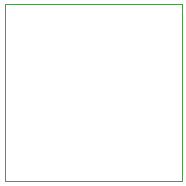
<source format=gm1>
G04 #@! TF.GenerationSoftware,KiCad,Pcbnew,8.0.7-8.0.7-0~ubuntu24.04.1*
G04 #@! TF.CreationDate,2024-12-31T11:01:01-07:00*
G04 #@! TF.ProjectId,DRV8213 brushed Motor Driver,44525638-3231-4332-9062-727573686564,V1*
G04 #@! TF.SameCoordinates,Original*
G04 #@! TF.FileFunction,Profile,NP*
%FSLAX46Y46*%
G04 Gerber Fmt 4.6, Leading zero omitted, Abs format (unit mm)*
G04 Created by KiCad (PCBNEW 8.0.7-8.0.7-0~ubuntu24.04.1) date 2024-12-31 11:01:01*
%MOMM*%
%LPD*%
G01*
G04 APERTURE LIST*
G04 #@! TA.AperFunction,Profile*
%ADD10C,0.050000*%
G04 #@! TD*
G04 APERTURE END LIST*
D10*
X163800000Y-94200000D02*
X178800000Y-94200000D01*
X178800000Y-109200000D01*
X163800000Y-109200000D01*
X163800000Y-94200000D01*
M02*

</source>
